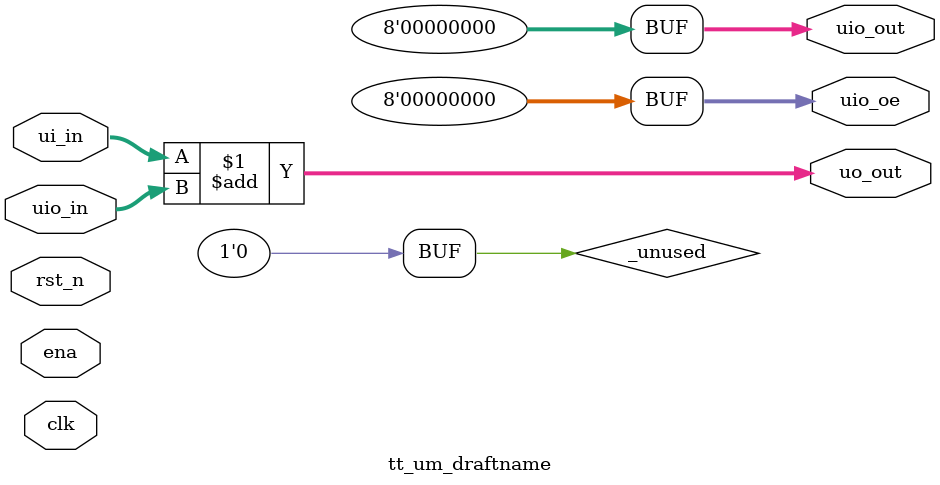
<source format=v>
/*
 * Copyright (c) 2024 Kush Manchanda
 * SPDX-License-Identifier: Apache-2.0
 */

`default_nettype none

module tt_um_draftname (
    input  wire [7:0] ui_in,    // Dedicated inputs
    output wire [7:0] uo_out,   // Dedicated outputs
    input  wire [7:0] uio_in,   // IOs: Input path
    output wire [7:0] uio_out,  // IOs: Output path
    output wire [7:0] uio_oe,   // IOs: Enable path (active high: 0=input, 1=output)
    input  wire       ena,      // always 1 when the design is powered, so you can ignore it
    input  wire       clk,      // clock
    input  wire       rst_n     // reset_n - low to reset
);

  // All output pins must be assigned. If not used, assign to 0.
  assign uo_out  = ui_in + uio_in;  // Example: ou_out is the sum of ui_in and uio_in
  assign uio_out = 0;
  assign uio_oe  = 0;

  // List all unused inputs to prevent warnings
  wire _unused = &{ena, clk, rst_n, 1'b0};

endmodule

</source>
